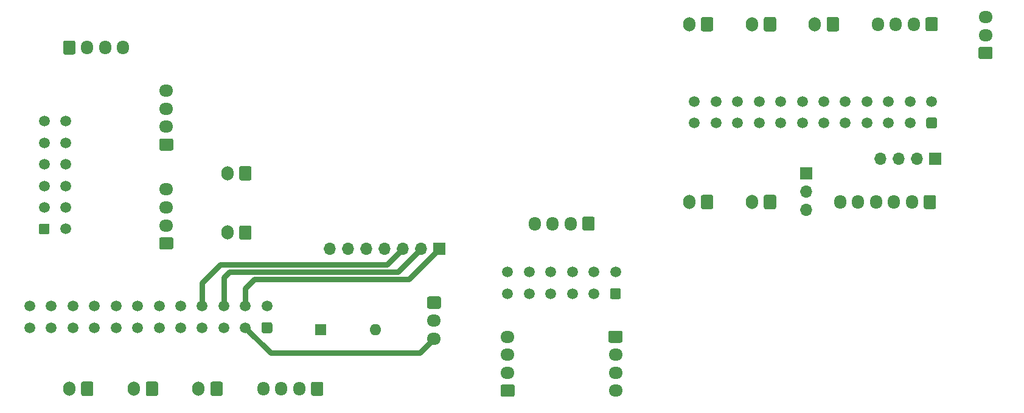
<source format=gbr>
%TF.GenerationSoftware,KiCad,Pcbnew,(5.1.9)-1*%
%TF.CreationDate,2021-02-21T18:32:43+01:00*%
%TF.ProjectId,voron2_pcb,766f726f-6e32-45f7-9063-622e6b696361,rev?*%
%TF.SameCoordinates,Original*%
%TF.FileFunction,Copper,L1,Top*%
%TF.FilePolarity,Positive*%
%FSLAX46Y46*%
G04 Gerber Fmt 4.6, Leading zero omitted, Abs format (unit mm)*
G04 Created by KiCad (PCBNEW (5.1.9)-1) date 2021-02-21 18:32:43*
%MOMM*%
%LPD*%
G01*
G04 APERTURE LIST*
%TA.AperFunction,ComponentPad*%
%ADD10O,1.950000X1.700000*%
%TD*%
%TA.AperFunction,ComponentPad*%
%ADD11O,1.700000X2.000000*%
%TD*%
%TA.AperFunction,ComponentPad*%
%ADD12C,1.500000*%
%TD*%
%TA.AperFunction,ComponentPad*%
%ADD13O,1.700000X1.700000*%
%TD*%
%TA.AperFunction,ComponentPad*%
%ADD14R,1.700000X1.700000*%
%TD*%
%TA.AperFunction,ComponentPad*%
%ADD15O,1.700000X1.950000*%
%TD*%
%TA.AperFunction,ComponentPad*%
%ADD16O,1.600000X1.600000*%
%TD*%
%TA.AperFunction,ComponentPad*%
%ADD17R,1.600000X1.600000*%
%TD*%
%TA.AperFunction,Conductor*%
%ADD18C,0.800000*%
%TD*%
G04 APERTURE END LIST*
D10*
%TO.P,J28,4*%
%TO.N,Net-(J22-Pad9)*%
X43500000Y-44000000D03*
%TO.P,J28,3*%
%TO.N,Net-(J22-Pad8)*%
X43500000Y-46500000D03*
%TO.P,J28,2*%
%TO.N,Net-(J22-Pad7)*%
X43500000Y-49000000D03*
%TO.P,J28,1*%
%TO.N,Net-(J22-Pad1)*%
%TA.AperFunction,ComponentPad*%
G36*
G01*
X44225000Y-52350000D02*
X42775000Y-52350000D01*
G75*
G02*
X42525000Y-52100000I0J250000D01*
G01*
X42525000Y-50900000D01*
G75*
G02*
X42775000Y-50650000I250000J0D01*
G01*
X44225000Y-50650000D01*
G75*
G02*
X44475000Y-50900000I0J-250000D01*
G01*
X44475000Y-52100000D01*
G75*
G02*
X44225000Y-52350000I-250000J0D01*
G01*
G37*
%TD.AperFunction*%
%TD*%
%TO.P,J27,4*%
%TO.N,Net-(J22-Pad6)*%
X43500000Y-30250000D03*
%TO.P,J27,3*%
%TO.N,Net-(J22-Pad12)*%
X43500000Y-32750000D03*
%TO.P,J27,2*%
%TO.N,Net-(J22-Pad11)*%
X43500000Y-35250000D03*
%TO.P,J27,1*%
%TO.N,Net-(J22-Pad10)*%
%TA.AperFunction,ComponentPad*%
G36*
G01*
X44225000Y-38600000D02*
X42775000Y-38600000D01*
G75*
G02*
X42525000Y-38350000I0J250000D01*
G01*
X42525000Y-37150000D01*
G75*
G02*
X42775000Y-36900000I250000J0D01*
G01*
X44225000Y-36900000D01*
G75*
G02*
X44475000Y-37150000I0J-250000D01*
G01*
X44475000Y-38350000D01*
G75*
G02*
X44225000Y-38600000I-250000J0D01*
G01*
G37*
%TD.AperFunction*%
%TD*%
D11*
%TO.P,J26,2*%
%TO.N,Net-(J20-Pad24)*%
X52000000Y-41750000D03*
%TO.P,J26,1*%
%TO.N,Net-(J20-Pad23)*%
%TA.AperFunction,ComponentPad*%
G36*
G01*
X55350000Y-41000000D02*
X55350000Y-42500000D01*
G75*
G02*
X55100000Y-42750000I-250000J0D01*
G01*
X53900000Y-42750000D01*
G75*
G02*
X53650000Y-42500000I0J250000D01*
G01*
X53650000Y-41000000D01*
G75*
G02*
X53900000Y-40750000I250000J0D01*
G01*
X55100000Y-40750000D01*
G75*
G02*
X55350000Y-41000000I0J-250000D01*
G01*
G37*
%TD.AperFunction*%
%TD*%
%TO.P,J25,2*%
%TO.N,Net-(J20-Pad12)*%
X30000000Y-71750000D03*
%TO.P,J25,1*%
%TO.N,Net-(J20-Pad11)*%
%TA.AperFunction,ComponentPad*%
G36*
G01*
X33350000Y-71000000D02*
X33350000Y-72500000D01*
G75*
G02*
X33100000Y-72750000I-250000J0D01*
G01*
X31900000Y-72750000D01*
G75*
G02*
X31650000Y-72500000I0J250000D01*
G01*
X31650000Y-71000000D01*
G75*
G02*
X31900000Y-70750000I250000J0D01*
G01*
X33100000Y-70750000D01*
G75*
G02*
X33350000Y-71000000I0J-250000D01*
G01*
G37*
%TD.AperFunction*%
%TD*%
%TO.P,J24,2*%
%TO.N,Net-(J20-Pad22)*%
X52000000Y-50000000D03*
%TO.P,J24,1*%
%TO.N,Net-(J20-Pad21)*%
%TA.AperFunction,ComponentPad*%
G36*
G01*
X55350000Y-49250000D02*
X55350000Y-50750000D01*
G75*
G02*
X55100000Y-51000000I-250000J0D01*
G01*
X53900000Y-51000000D01*
G75*
G02*
X53650000Y-50750000I0J250000D01*
G01*
X53650000Y-49250000D01*
G75*
G02*
X53900000Y-49000000I250000J0D01*
G01*
X55100000Y-49000000D01*
G75*
G02*
X55350000Y-49250000I0J-250000D01*
G01*
G37*
%TD.AperFunction*%
%TD*%
%TO.P,J23,2*%
%TO.N,Net-(J20-Pad10)*%
X39000000Y-71750000D03*
%TO.P,J23,1*%
%TO.N,Net-(J20-Pad9)*%
%TA.AperFunction,ComponentPad*%
G36*
G01*
X42350000Y-71000000D02*
X42350000Y-72500000D01*
G75*
G02*
X42100000Y-72750000I-250000J0D01*
G01*
X40900000Y-72750000D01*
G75*
G02*
X40650000Y-72500000I0J250000D01*
G01*
X40650000Y-71000000D01*
G75*
G02*
X40900000Y-70750000I250000J0D01*
G01*
X42100000Y-70750000D01*
G75*
G02*
X42350000Y-71000000I0J-250000D01*
G01*
G37*
%TD.AperFunction*%
%TD*%
D12*
%TO.P,J22,12*%
%TO.N,Net-(J22-Pad12)*%
X29500000Y-34500000D03*
%TO.P,J22,11*%
%TO.N,Net-(J22-Pad11)*%
X29500000Y-37500000D03*
%TO.P,J22,10*%
%TO.N,Net-(J22-Pad10)*%
X29500000Y-40500000D03*
%TO.P,J22,9*%
%TO.N,Net-(J22-Pad9)*%
X29500000Y-43500000D03*
%TO.P,J22,8*%
%TO.N,Net-(J22-Pad8)*%
X29500000Y-46500000D03*
%TO.P,J22,7*%
%TO.N,Net-(J22-Pad7)*%
X29500000Y-49500000D03*
%TO.P,J22,6*%
%TO.N,Net-(J22-Pad6)*%
X26500000Y-34500000D03*
%TO.P,J22,5*%
%TO.N,Net-(J17-Pad4)*%
X26500000Y-37500000D03*
%TO.P,J22,4*%
%TO.N,Net-(J17-Pad3)*%
X26500000Y-40500000D03*
%TO.P,J22,3*%
%TO.N,Net-(J17-Pad2)*%
X26500000Y-43500000D03*
%TO.P,J22,2*%
%TO.N,Net-(J17-Pad1)*%
X26500000Y-46500000D03*
%TO.P,J22,1*%
%TO.N,Net-(J22-Pad1)*%
%TA.AperFunction,ComponentPad*%
G36*
G01*
X27000000Y-50250000D02*
X26000000Y-50250000D01*
G75*
G02*
X25750000Y-50000000I0J250000D01*
G01*
X25750000Y-49000000D01*
G75*
G02*
X26000000Y-48750000I250000J0D01*
G01*
X27000000Y-48750000D01*
G75*
G02*
X27250000Y-49000000I0J-250000D01*
G01*
X27250000Y-50000000D01*
G75*
G02*
X27000000Y-50250000I-250000J0D01*
G01*
G37*
%TD.AperFunction*%
%TD*%
D11*
%TO.P,J21,2*%
%TO.N,Net-(J20-Pad8)*%
X48000000Y-71750000D03*
%TO.P,J21,1*%
%TO.N,Net-(J20-Pad7)*%
%TA.AperFunction,ComponentPad*%
G36*
G01*
X51350000Y-71000000D02*
X51350000Y-72500000D01*
G75*
G02*
X51100000Y-72750000I-250000J0D01*
G01*
X49900000Y-72750000D01*
G75*
G02*
X49650000Y-72500000I0J250000D01*
G01*
X49650000Y-71000000D01*
G75*
G02*
X49900000Y-70750000I250000J0D01*
G01*
X51100000Y-70750000D01*
G75*
G02*
X51350000Y-71000000I0J-250000D01*
G01*
G37*
%TD.AperFunction*%
%TD*%
D12*
%TO.P,J20,24*%
%TO.N,Net-(J20-Pad24)*%
X24500000Y-60250000D03*
%TO.P,J20,23*%
%TO.N,Net-(J20-Pad23)*%
X27500000Y-60250000D03*
%TO.P,J20,22*%
%TO.N,Net-(J20-Pad22)*%
X30500000Y-60250000D03*
%TO.P,J20,21*%
%TO.N,Net-(J20-Pad21)*%
X33500000Y-60250000D03*
%TO.P,J20,20*%
%TO.N,Net-(J19-Pad7)*%
X36500000Y-60250000D03*
%TO.P,J20,19*%
%TO.N,Net-(J19-Pad6)*%
X39500000Y-60250000D03*
%TO.P,J20,18*%
%TO.N,Net-(J19-Pad5)*%
X42500000Y-60250000D03*
%TO.P,J20,17*%
%TO.N,Net-(J19-Pad4)*%
X45500000Y-60250000D03*
%TO.P,J20,16*%
%TO.N,Net-(J19-Pad3)*%
X48500000Y-60250000D03*
%TO.P,J20,15*%
%TO.N,Net-(J19-Pad2)*%
X51500000Y-60250000D03*
%TO.P,J20,14*%
%TO.N,Net-(J19-Pad1)*%
X54500000Y-60250000D03*
%TO.P,J20,13*%
%TO.N,Net-(J16-Pad1)*%
X57500000Y-60250000D03*
%TO.P,J20,12*%
%TO.N,Net-(J20-Pad12)*%
X24500000Y-63250000D03*
%TO.P,J20,11*%
%TO.N,Net-(J20-Pad11)*%
X27500000Y-63250000D03*
%TO.P,J20,10*%
%TO.N,Net-(J20-Pad10)*%
X30500000Y-63250000D03*
%TO.P,J20,9*%
%TO.N,Net-(J20-Pad9)*%
X33500000Y-63250000D03*
%TO.P,J20,8*%
%TO.N,Net-(J20-Pad8)*%
X36500000Y-63250000D03*
%TO.P,J20,7*%
%TO.N,Net-(J20-Pad7)*%
X39500000Y-63250000D03*
%TO.P,J20,6*%
%TO.N,Net-(J18-Pad4)*%
X42500000Y-63250000D03*
%TO.P,J20,5*%
%TO.N,Net-(J18-Pad3)*%
X45500000Y-63250000D03*
%TO.P,J20,4*%
%TO.N,Net-(J18-Pad2)*%
X48500000Y-63250000D03*
%TO.P,J20,3*%
%TO.N,Net-(J18-Pad1)*%
X51500000Y-63250000D03*
%TO.P,J20,2*%
%TO.N,Net-(J16-Pad3)*%
X54500000Y-63250000D03*
%TO.P,J20,1*%
%TO.N,Net-(D1-Pad1)*%
%TA.AperFunction,ComponentPad*%
G36*
G01*
X58250000Y-62750000D02*
X58250000Y-63750000D01*
G75*
G02*
X58000000Y-64000000I-250000J0D01*
G01*
X57000000Y-64000000D01*
G75*
G02*
X56750000Y-63750000I0J250000D01*
G01*
X56750000Y-62750000D01*
G75*
G02*
X57000000Y-62500000I250000J0D01*
G01*
X58000000Y-62500000D01*
G75*
G02*
X58250000Y-62750000I0J-250000D01*
G01*
G37*
%TD.AperFunction*%
%TD*%
D13*
%TO.P,J19,7*%
%TO.N,Net-(J19-Pad7)*%
X66260000Y-52250000D03*
%TO.P,J19,6*%
%TO.N,Net-(J19-Pad6)*%
X68800000Y-52250000D03*
%TO.P,J19,5*%
%TO.N,Net-(J19-Pad5)*%
X71340000Y-52250000D03*
%TO.P,J19,4*%
%TO.N,Net-(J19-Pad4)*%
X73880000Y-52250000D03*
%TO.P,J19,3*%
%TO.N,Net-(J19-Pad3)*%
X76420000Y-52250000D03*
%TO.P,J19,2*%
%TO.N,Net-(J19-Pad2)*%
X78960000Y-52250000D03*
D14*
%TO.P,J19,1*%
%TO.N,Net-(J19-Pad1)*%
X81500000Y-52250000D03*
%TD*%
D15*
%TO.P,J18,4*%
%TO.N,Net-(J18-Pad4)*%
X57000000Y-71750000D03*
%TO.P,J18,3*%
%TO.N,Net-(J18-Pad3)*%
X59500000Y-71750000D03*
%TO.P,J18,2*%
%TO.N,Net-(J18-Pad2)*%
X62000000Y-71750000D03*
%TO.P,J18,1*%
%TO.N,Net-(J18-Pad1)*%
%TA.AperFunction,ComponentPad*%
G36*
G01*
X65350000Y-71025000D02*
X65350000Y-72475000D01*
G75*
G02*
X65100000Y-72725000I-250000J0D01*
G01*
X63900000Y-72725000D01*
G75*
G02*
X63650000Y-72475000I0J250000D01*
G01*
X63650000Y-71025000D01*
G75*
G02*
X63900000Y-70775000I250000J0D01*
G01*
X65100000Y-70775000D01*
G75*
G02*
X65350000Y-71025000I0J-250000D01*
G01*
G37*
%TD.AperFunction*%
%TD*%
%TO.P,J17,4*%
%TO.N,Net-(J17-Pad4)*%
X37500000Y-24250000D03*
%TO.P,J17,3*%
%TO.N,Net-(J17-Pad3)*%
X35000000Y-24250000D03*
%TO.P,J17,2*%
%TO.N,Net-(J17-Pad2)*%
X32500000Y-24250000D03*
%TO.P,J17,1*%
%TO.N,Net-(J17-Pad1)*%
%TA.AperFunction,ComponentPad*%
G36*
G01*
X29150000Y-24975000D02*
X29150000Y-23525000D01*
G75*
G02*
X29400000Y-23275000I250000J0D01*
G01*
X30600000Y-23275000D01*
G75*
G02*
X30850000Y-23525000I0J-250000D01*
G01*
X30850000Y-24975000D01*
G75*
G02*
X30600000Y-25225000I-250000J0D01*
G01*
X29400000Y-25225000D01*
G75*
G02*
X29150000Y-24975000I0J250000D01*
G01*
G37*
%TD.AperFunction*%
%TD*%
D10*
%TO.P,J16,3*%
%TO.N,Net-(J16-Pad3)*%
X80750000Y-64750000D03*
%TO.P,J16,2*%
%TO.N,Net-(D1-Pad2)*%
X80750000Y-62250000D03*
%TO.P,J16,1*%
%TO.N,Net-(J16-Pad1)*%
%TA.AperFunction,ComponentPad*%
G36*
G01*
X80025000Y-58900000D02*
X81475000Y-58900000D01*
G75*
G02*
X81725000Y-59150000I0J-250000D01*
G01*
X81725000Y-60350000D01*
G75*
G02*
X81475000Y-60600000I-250000J0D01*
G01*
X80025000Y-60600000D01*
G75*
G02*
X79775000Y-60350000I0J250000D01*
G01*
X79775000Y-59150000D01*
G75*
G02*
X80025000Y-58900000I250000J0D01*
G01*
G37*
%TD.AperFunction*%
%TD*%
D13*
%TO.P,J15,3*%
%TO.N,Net-(J15-Pad3)*%
X132500000Y-46830000D03*
%TO.P,J15,2*%
%TO.N,Net-(J15-Pad2)*%
X132500000Y-44290000D03*
D14*
%TO.P,J15,1*%
%TO.N,Net-(J15-Pad1)*%
X132500000Y-41750000D03*
%TD*%
D11*
%TO.P,J14,2*%
%TO.N,Net-(J14-Pad2)*%
X116250000Y-45750000D03*
%TO.P,J14,1*%
%TO.N,Net-(J14-Pad1)*%
%TA.AperFunction,ComponentPad*%
G36*
G01*
X119600000Y-45000000D02*
X119600000Y-46500000D01*
G75*
G02*
X119350000Y-46750000I-250000J0D01*
G01*
X118150000Y-46750000D01*
G75*
G02*
X117900000Y-46500000I0J250000D01*
G01*
X117900000Y-45000000D01*
G75*
G02*
X118150000Y-44750000I250000J0D01*
G01*
X119350000Y-44750000D01*
G75*
G02*
X119600000Y-45000000I0J-250000D01*
G01*
G37*
%TD.AperFunction*%
%TD*%
%TO.P,J13,2*%
%TO.N,Net-(J13-Pad2)*%
X116250000Y-21000000D03*
%TO.P,J13,1*%
%TO.N,Net-(J13-Pad1)*%
%TA.AperFunction,ComponentPad*%
G36*
G01*
X119600000Y-20250000D02*
X119600000Y-21750000D01*
G75*
G02*
X119350000Y-22000000I-250000J0D01*
G01*
X118150000Y-22000000D01*
G75*
G02*
X117900000Y-21750000I0J250000D01*
G01*
X117900000Y-20250000D01*
G75*
G02*
X118150000Y-20000000I250000J0D01*
G01*
X119350000Y-20000000D01*
G75*
G02*
X119600000Y-20250000I0J-250000D01*
G01*
G37*
%TD.AperFunction*%
%TD*%
D10*
%TO.P,J12,4*%
%TO.N,Net-(J12-Pad4)*%
X106000000Y-72000000D03*
%TO.P,J12,3*%
%TO.N,Net-(J12-Pad3)*%
X106000000Y-69500000D03*
%TO.P,J12,2*%
%TO.N,Net-(J12-Pad2)*%
X106000000Y-67000000D03*
%TO.P,J12,1*%
%TO.N,Net-(J12-Pad1)*%
%TA.AperFunction,ComponentPad*%
G36*
G01*
X105275000Y-63650000D02*
X106725000Y-63650000D01*
G75*
G02*
X106975000Y-63900000I0J-250000D01*
G01*
X106975000Y-65100000D01*
G75*
G02*
X106725000Y-65350000I-250000J0D01*
G01*
X105275000Y-65350000D01*
G75*
G02*
X105025000Y-65100000I0J250000D01*
G01*
X105025000Y-63900000D01*
G75*
G02*
X105275000Y-63650000I250000J0D01*
G01*
G37*
%TD.AperFunction*%
%TD*%
%TO.P,J11,4*%
%TO.N,Net-(J11-Pad4)*%
X91000000Y-64500000D03*
%TO.P,J11,3*%
%TO.N,Net-(J11-Pad3)*%
X91000000Y-67000000D03*
%TO.P,J11,2*%
%TO.N,Net-(J11-Pad2)*%
X91000000Y-69500000D03*
%TO.P,J11,1*%
%TO.N,Net-(J11-Pad1)*%
%TA.AperFunction,ComponentPad*%
G36*
G01*
X91725000Y-72850000D02*
X90275000Y-72850000D01*
G75*
G02*
X90025000Y-72600000I0J250000D01*
G01*
X90025000Y-71400000D01*
G75*
G02*
X90275000Y-71150000I250000J0D01*
G01*
X91725000Y-71150000D01*
G75*
G02*
X91975000Y-71400000I0J-250000D01*
G01*
X91975000Y-72600000D01*
G75*
G02*
X91725000Y-72850000I-250000J0D01*
G01*
G37*
%TD.AperFunction*%
%TD*%
D11*
%TO.P,J10,2*%
%TO.N,Net-(J10-Pad2)*%
X125000000Y-45750000D03*
%TO.P,J10,1*%
%TO.N,Net-(J10-Pad1)*%
%TA.AperFunction,ComponentPad*%
G36*
G01*
X128350000Y-45000000D02*
X128350000Y-46500000D01*
G75*
G02*
X128100000Y-46750000I-250000J0D01*
G01*
X126900000Y-46750000D01*
G75*
G02*
X126650000Y-46500000I0J250000D01*
G01*
X126650000Y-45000000D01*
G75*
G02*
X126900000Y-44750000I250000J0D01*
G01*
X128100000Y-44750000D01*
G75*
G02*
X128350000Y-45000000I0J-250000D01*
G01*
G37*
%TD.AperFunction*%
%TD*%
%TO.P,J9,2*%
%TO.N,Net-(J7-Pad22)*%
X125000000Y-21000000D03*
%TO.P,J9,1*%
%TO.N,Net-(J7-Pad21)*%
%TA.AperFunction,ComponentPad*%
G36*
G01*
X128350000Y-20250000D02*
X128350000Y-21750000D01*
G75*
G02*
X128100000Y-22000000I-250000J0D01*
G01*
X126900000Y-22000000D01*
G75*
G02*
X126650000Y-21750000I0J250000D01*
G01*
X126650000Y-20250000D01*
G75*
G02*
X126900000Y-20000000I250000J0D01*
G01*
X128100000Y-20000000D01*
G75*
G02*
X128350000Y-20250000I0J-250000D01*
G01*
G37*
%TD.AperFunction*%
%TD*%
%TO.P,J8,2*%
%TO.N,Net-(J7-Pad20)*%
X133750000Y-21000000D03*
%TO.P,J8,1*%
%TO.N,Net-(J7-Pad19)*%
%TA.AperFunction,ComponentPad*%
G36*
G01*
X137100000Y-20250000D02*
X137100000Y-21750000D01*
G75*
G02*
X136850000Y-22000000I-250000J0D01*
G01*
X135650000Y-22000000D01*
G75*
G02*
X135400000Y-21750000I0J250000D01*
G01*
X135400000Y-20250000D01*
G75*
G02*
X135650000Y-20000000I250000J0D01*
G01*
X136850000Y-20000000D01*
G75*
G02*
X137100000Y-20250000I0J-250000D01*
G01*
G37*
%TD.AperFunction*%
%TD*%
D12*
%TO.P,J7,24*%
%TO.N,Net-(J13-Pad2)*%
X117000000Y-31750000D03*
%TO.P,J7,23*%
%TO.N,Net-(J13-Pad1)*%
X120000000Y-31750000D03*
%TO.P,J7,22*%
%TO.N,Net-(J7-Pad22)*%
X123000000Y-31750000D03*
%TO.P,J7,21*%
%TO.N,Net-(J7-Pad21)*%
X126000000Y-31750000D03*
%TO.P,J7,20*%
%TO.N,Net-(J7-Pad20)*%
X129000000Y-31750000D03*
%TO.P,J7,19*%
%TO.N,Net-(J7-Pad19)*%
X132000000Y-31750000D03*
%TO.P,J7,18*%
%TO.N,Net-(J4-Pad4)*%
X135000000Y-31750000D03*
%TO.P,J7,17*%
%TO.N,Net-(J4-Pad3)*%
X138000000Y-31750000D03*
%TO.P,J7,16*%
%TO.N,Net-(J4-Pad2)*%
X141000000Y-31750000D03*
%TO.P,J7,15*%
%TO.N,Net-(J4-Pad1)*%
X144000000Y-31750000D03*
%TO.P,J7,14*%
%TO.N,Net-(J3-Pad3)*%
X147000000Y-31750000D03*
%TO.P,J7,13*%
%TO.N,Net-(J3-Pad2)*%
X150000000Y-31750000D03*
%TO.P,J7,12*%
%TO.N,Net-(J14-Pad2)*%
X117000000Y-34750000D03*
%TO.P,J7,11*%
%TO.N,Net-(J14-Pad1)*%
X120000000Y-34750000D03*
%TO.P,J7,10*%
%TO.N,Net-(J10-Pad2)*%
X123000000Y-34750000D03*
%TO.P,J7,9*%
%TO.N,Net-(J10-Pad1)*%
X126000000Y-34750000D03*
%TO.P,J7,8*%
%TO.N,Net-(J15-Pad3)*%
X129000000Y-34750000D03*
%TO.P,J7,7*%
%TO.N,Net-(J15-Pad2)*%
X132000000Y-34750000D03*
%TO.P,J7,6*%
%TO.N,Net-(J15-Pad1)*%
X135000000Y-34750000D03*
%TO.P,J7,5*%
%TO.N,Net-(J2-Pad4)*%
X138000000Y-34750000D03*
%TO.P,J7,4*%
%TO.N,Net-(J2-Pad3)*%
X141000000Y-34750000D03*
%TO.P,J7,3*%
%TO.N,Net-(J2-Pad2)*%
X144000000Y-34750000D03*
%TO.P,J7,2*%
%TO.N,Net-(J2-Pad1)*%
X147000000Y-34750000D03*
%TO.P,J7,1*%
%TO.N,Net-(J3-Pad1)*%
%TA.AperFunction,ComponentPad*%
G36*
G01*
X150750000Y-34250000D02*
X150750000Y-35250000D01*
G75*
G02*
X150500000Y-35500000I-250000J0D01*
G01*
X149500000Y-35500000D01*
G75*
G02*
X149250000Y-35250000I0J250000D01*
G01*
X149250000Y-34250000D01*
G75*
G02*
X149500000Y-34000000I250000J0D01*
G01*
X150500000Y-34000000D01*
G75*
G02*
X150750000Y-34250000I0J-250000D01*
G01*
G37*
%TD.AperFunction*%
%TD*%
D15*
%TO.P,J6,6*%
%TO.N,Net-(J15-Pad3)*%
X137250000Y-45750000D03*
%TO.P,J6,5*%
%TO.N,Net-(J15-Pad2)*%
X139750000Y-45750000D03*
%TO.P,J6,4*%
%TO.N,Net-(J15-Pad1)*%
X142250000Y-45750000D03*
%TO.P,J6,3*%
%TO.N,Net-(J2-Pad4)*%
X144750000Y-45750000D03*
%TO.P,J6,2*%
%TO.N,Net-(J2-Pad3)*%
X147250000Y-45750000D03*
%TO.P,J6,1*%
%TO.N,Net-(J2-Pad2)*%
%TA.AperFunction,ComponentPad*%
G36*
G01*
X150600000Y-45025000D02*
X150600000Y-46475000D01*
G75*
G02*
X150350000Y-46725000I-250000J0D01*
G01*
X149150000Y-46725000D01*
G75*
G02*
X148900000Y-46475000I0J250000D01*
G01*
X148900000Y-45025000D01*
G75*
G02*
X149150000Y-44775000I250000J0D01*
G01*
X150350000Y-44775000D01*
G75*
G02*
X150600000Y-45025000I0J-250000D01*
G01*
G37*
%TD.AperFunction*%
%TD*%
D12*
%TO.P,J5,12*%
%TO.N,Net-(J11-Pad4)*%
X91000000Y-55500000D03*
%TO.P,J5,11*%
%TO.N,Net-(J1-Pad4)*%
X94000000Y-55500000D03*
%TO.P,J5,10*%
%TO.N,Net-(J1-Pad3)*%
X97000000Y-55500000D03*
%TO.P,J5,9*%
%TO.N,Net-(J1-Pad2)*%
X100000000Y-55500000D03*
%TO.P,J5,8*%
%TO.N,Net-(J1-Pad1)*%
X103000000Y-55500000D03*
%TO.P,J5,7*%
%TO.N,Net-(J12-Pad1)*%
X106000000Y-55500000D03*
%TO.P,J5,6*%
%TO.N,Net-(J11-Pad3)*%
X91000000Y-58500000D03*
%TO.P,J5,5*%
%TO.N,Net-(J11-Pad2)*%
X94000000Y-58500000D03*
%TO.P,J5,4*%
%TO.N,Net-(J11-Pad1)*%
X97000000Y-58500000D03*
%TO.P,J5,3*%
%TO.N,Net-(J12-Pad4)*%
X100000000Y-58500000D03*
%TO.P,J5,2*%
%TO.N,Net-(J12-Pad3)*%
X103000000Y-58500000D03*
%TO.P,J5,1*%
%TO.N,Net-(J12-Pad2)*%
%TA.AperFunction,ComponentPad*%
G36*
G01*
X106750000Y-58000000D02*
X106750000Y-59000000D01*
G75*
G02*
X106500000Y-59250000I-250000J0D01*
G01*
X105500000Y-59250000D01*
G75*
G02*
X105250000Y-59000000I0J250000D01*
G01*
X105250000Y-58000000D01*
G75*
G02*
X105500000Y-57750000I250000J0D01*
G01*
X106500000Y-57750000D01*
G75*
G02*
X106750000Y-58000000I0J-250000D01*
G01*
G37*
%TD.AperFunction*%
%TD*%
D15*
%TO.P,J4,4*%
%TO.N,Net-(J4-Pad4)*%
X142500000Y-21000000D03*
%TO.P,J4,3*%
%TO.N,Net-(J4-Pad3)*%
X145000000Y-21000000D03*
%TO.P,J4,2*%
%TO.N,Net-(J4-Pad2)*%
X147500000Y-21000000D03*
%TO.P,J4,1*%
%TO.N,Net-(J4-Pad1)*%
%TA.AperFunction,ComponentPad*%
G36*
G01*
X150850000Y-20275000D02*
X150850000Y-21725000D01*
G75*
G02*
X150600000Y-21975000I-250000J0D01*
G01*
X149400000Y-21975000D01*
G75*
G02*
X149150000Y-21725000I0J250000D01*
G01*
X149150000Y-20275000D01*
G75*
G02*
X149400000Y-20025000I250000J0D01*
G01*
X150600000Y-20025000D01*
G75*
G02*
X150850000Y-20275000I0J-250000D01*
G01*
G37*
%TD.AperFunction*%
%TD*%
D10*
%TO.P,J3,3*%
%TO.N,Net-(J3-Pad3)*%
X157500000Y-20000000D03*
%TO.P,J3,2*%
%TO.N,Net-(J3-Pad2)*%
X157500000Y-22500000D03*
%TO.P,J3,1*%
%TO.N,Net-(J3-Pad1)*%
%TA.AperFunction,ComponentPad*%
G36*
G01*
X158225000Y-25850000D02*
X156775000Y-25850000D01*
G75*
G02*
X156525000Y-25600000I0J250000D01*
G01*
X156525000Y-24400000D01*
G75*
G02*
X156775000Y-24150000I250000J0D01*
G01*
X158225000Y-24150000D01*
G75*
G02*
X158475000Y-24400000I0J-250000D01*
G01*
X158475000Y-25600000D01*
G75*
G02*
X158225000Y-25850000I-250000J0D01*
G01*
G37*
%TD.AperFunction*%
%TD*%
D13*
%TO.P,J2,4*%
%TO.N,Net-(J2-Pad4)*%
X142880000Y-39750000D03*
%TO.P,J2,3*%
%TO.N,Net-(J2-Pad3)*%
X145420000Y-39750000D03*
%TO.P,J2,2*%
%TO.N,Net-(J2-Pad2)*%
X147960000Y-39750000D03*
D14*
%TO.P,J2,1*%
%TO.N,Net-(J2-Pad1)*%
X150500000Y-39750000D03*
%TD*%
D15*
%TO.P,J1,4*%
%TO.N,Net-(J1-Pad4)*%
X94750000Y-48750000D03*
%TO.P,J1,3*%
%TO.N,Net-(J1-Pad3)*%
X97250000Y-48750000D03*
%TO.P,J1,2*%
%TO.N,Net-(J1-Pad2)*%
X99750000Y-48750000D03*
%TO.P,J1,1*%
%TO.N,Net-(J1-Pad1)*%
%TA.AperFunction,ComponentPad*%
G36*
G01*
X103100000Y-48025000D02*
X103100000Y-49475000D01*
G75*
G02*
X102850000Y-49725000I-250000J0D01*
G01*
X101650000Y-49725000D01*
G75*
G02*
X101400000Y-49475000I0J250000D01*
G01*
X101400000Y-48025000D01*
G75*
G02*
X101650000Y-47775000I250000J0D01*
G01*
X102850000Y-47775000D01*
G75*
G02*
X103100000Y-48025000I0J-250000D01*
G01*
G37*
%TD.AperFunction*%
%TD*%
D16*
%TO.P,D1,2*%
%TO.N,Net-(D1-Pad2)*%
X72620000Y-63500000D03*
D17*
%TO.P,D1,1*%
%TO.N,Net-(D1-Pad1)*%
X65000000Y-63500000D03*
%TD*%
D18*
%TO.N,Net-(J16-Pad3)*%
X54500000Y-63250000D02*
X58000000Y-66750000D01*
X78750000Y-66750000D02*
X80750000Y-64750000D01*
X58000000Y-66750000D02*
X78750000Y-66750000D01*
%TO.N,Net-(J19-Pad3)*%
X74170000Y-54500000D02*
X76420000Y-52250000D01*
X51000000Y-54500000D02*
X74170000Y-54500000D01*
X48500000Y-57000000D02*
X51000000Y-54500000D01*
X48500000Y-60250000D02*
X48500000Y-57000000D01*
%TO.N,Net-(J19-Pad2)*%
X75709990Y-55500010D02*
X78960000Y-52250000D01*
X52249990Y-55500010D02*
X75709990Y-55500010D01*
X51500000Y-56250000D02*
X52249990Y-55500010D01*
X51500000Y-60250000D02*
X51500000Y-56250000D01*
%TO.N,Net-(J19-Pad1)*%
X54500000Y-60250000D02*
X54500000Y-57750000D01*
X77249980Y-56500020D02*
X81500000Y-52250000D01*
X55749980Y-56500020D02*
X77249980Y-56500020D01*
X54500000Y-57750000D02*
X55749980Y-56500020D01*
%TD*%
M02*

</source>
